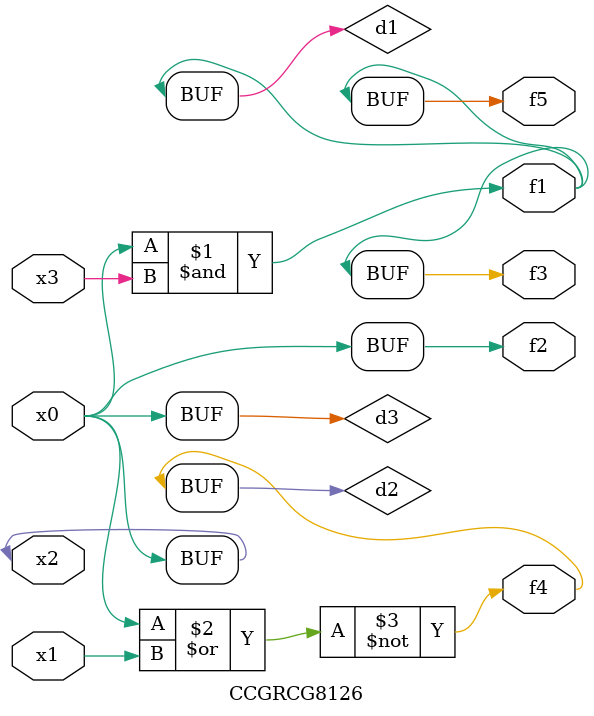
<source format=v>
module CCGRCG8126(
	input x0, x1, x2, x3,
	output f1, f2, f3, f4, f5
);

	wire d1, d2, d3;

	and (d1, x2, x3);
	nor (d2, x0, x1);
	buf (d3, x0, x2);
	assign f1 = d1;
	assign f2 = d3;
	assign f3 = d1;
	assign f4 = d2;
	assign f5 = d1;
endmodule

</source>
